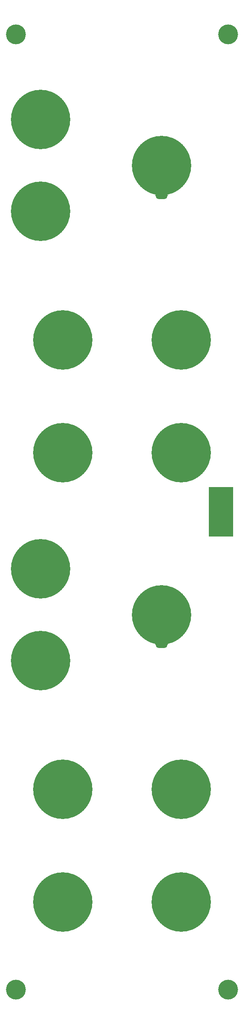
<source format=gbs>
%TF.GenerationSoftware,KiCad,Pcbnew,9.0.0*%
%TF.CreationDate,2025-03-16T11:37:03+01:00*%
%TF.ProjectId,DMH_Transistor_VCA_PANEL,444d485f-5472-4616-9e73-6973746f725f,rev?*%
%TF.SameCoordinates,Original*%
%TF.FileFunction,Soldermask,Bot*%
%TF.FilePolarity,Negative*%
%FSLAX46Y46*%
G04 Gerber Fmt 4.6, Leading zero omitted, Abs format (unit mm)*
G04 Created by KiCad (PCBNEW 9.0.0) date 2025-03-16 11:37:03*
%MOMM*%
%LPD*%
G01*
G04 APERTURE LIST*
%ADD10C,12.000000*%
%ADD11C,0.500000*%
%ADD12C,4.000000*%
%ADD13O,2.500000X1.500000*%
%ADD14R,5.000000X10.000000*%
G04 APERTURE END LIST*
D10*
%TO.C,H14*%
X63000000Y-186000000D03*
%TD*%
%TO.C,H13*%
X87000000Y-186000000D03*
%TD*%
%TO.C,H7*%
X87000000Y-95250000D03*
%TD*%
%TO.C,H6*%
X63000000Y-95250000D03*
%TD*%
D11*
%TO.C,H9*%
X57300000Y-118000000D03*
X58960000Y-113970000D03*
X58970000Y-122040000D03*
X63000000Y-112300000D03*
D10*
X63000000Y-118000000D03*
D11*
X63000000Y-123700000D03*
X67030000Y-122040000D03*
X67040000Y-113970000D03*
X68700000Y-118000000D03*
%TD*%
D12*
%TO.C,H3*%
X53500000Y-226500000D03*
%TD*%
D11*
%TO.C,H8*%
X52800000Y-50750000D03*
X54460000Y-46720000D03*
X54470000Y-54790000D03*
X58500000Y-45050000D03*
D10*
X58500000Y-50750000D03*
D11*
X58500000Y-56450000D03*
X62530000Y-54790000D03*
X62540000Y-46720000D03*
X64200000Y-50750000D03*
%TD*%
%TO.C,H15*%
X52800000Y-141500000D03*
X54460000Y-137470000D03*
X54470000Y-145540000D03*
X58500000Y-135800000D03*
D10*
X58500000Y-141500000D03*
D11*
X58500000Y-147200000D03*
X62530000Y-145540000D03*
X62540000Y-137470000D03*
X64200000Y-141500000D03*
%TD*%
%TO.C,H17*%
X57300000Y-208750000D03*
X58960000Y-204720000D03*
X58970000Y-212790000D03*
X63000000Y-203050000D03*
D10*
X63000000Y-208750000D03*
D11*
X63000000Y-214450000D03*
X67030000Y-212790000D03*
X67040000Y-204720000D03*
X68700000Y-208750000D03*
%TD*%
%TO.C,H10*%
X81300000Y-118000000D03*
X82960000Y-113970000D03*
X82970000Y-122040000D03*
X87000000Y-112300000D03*
D10*
X87000000Y-118000000D03*
D11*
X87000000Y-123700000D03*
X91030000Y-122040000D03*
X91040000Y-113970000D03*
X92700000Y-118000000D03*
%TD*%
D10*
%TO.C,H5*%
X83000000Y-60000000D03*
D13*
X83000000Y-66000000D03*
%TD*%
D11*
%TO.C,H11*%
X52800000Y-69250000D03*
X54460000Y-65220000D03*
X54470000Y-73290000D03*
X58500000Y-63550000D03*
D10*
X58500000Y-69250000D03*
D11*
X58500000Y-74950000D03*
X62530000Y-73290000D03*
X62540000Y-65220000D03*
X64200000Y-69250000D03*
%TD*%
D12*
%TO.C,H2*%
X96500000Y-33500000D03*
%TD*%
%TO.C,H4*%
X96500000Y-226500000D03*
%TD*%
D11*
%TO.C,H18*%
X81300000Y-208750000D03*
X82960000Y-204720000D03*
X82970000Y-212790000D03*
X87000000Y-203050000D03*
D10*
X87000000Y-208750000D03*
D11*
X87000000Y-214450000D03*
X91030000Y-212790000D03*
X91040000Y-204720000D03*
X92700000Y-208750000D03*
%TD*%
D12*
%TO.C,H1*%
X53500000Y-33500000D03*
%TD*%
D11*
%TO.C,H16*%
X52800000Y-160000000D03*
X54460000Y-155970000D03*
X54470000Y-164040000D03*
X58500000Y-154300000D03*
D10*
X58500000Y-160000000D03*
D11*
X58500000Y-165700000D03*
X62530000Y-164040000D03*
X62540000Y-155970000D03*
X64200000Y-160000000D03*
%TD*%
D10*
%TO.C,H12*%
X83000000Y-150750000D03*
D13*
X83000000Y-156750000D03*
%TD*%
D14*
%TO.C,J0*%
X95000000Y-130000000D03*
%TD*%
M02*

</source>
